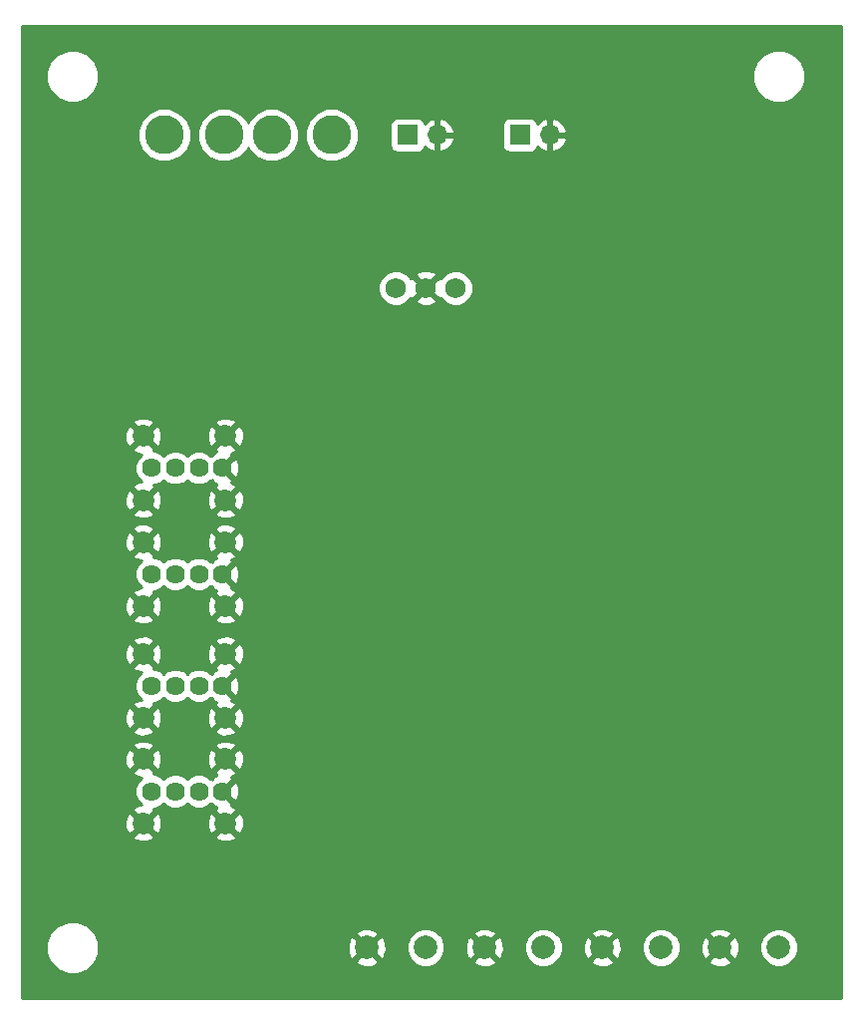
<source format=gbr>
G04 #@! TF.FileFunction,Copper,L2,Bot,Signal*
%FSLAX46Y46*%
G04 Gerber Fmt 4.6, Leading zero omitted, Abs format (unit mm)*
G04 Created by KiCad (PCBNEW 4.0.7) date 01/17/18 22:37:34*
%MOMM*%
%LPD*%
G01*
G04 APERTURE LIST*
%ADD10C,0.100000*%
%ADD11C,3.302000*%
%ADD12C,2.000000*%
%ADD13C,1.620000*%
%ADD14C,1.850000*%
%ADD15R,1.700000X1.700000*%
%ADD16O,1.700000X1.700000*%
%ADD17C,1.750000*%
%ADD18C,3.000000*%
%ADD19C,0.254000*%
G04 APERTURE END LIST*
D10*
D11*
X139776000Y-75000000D03*
X144856000Y-75000000D03*
X148920000Y-75000000D03*
X154000000Y-75000000D03*
D12*
X192000000Y-144000000D03*
X187000000Y-144000000D03*
X182000000Y-144000000D03*
X177000000Y-144000000D03*
X172000000Y-144000000D03*
X167000000Y-144000000D03*
X162000000Y-144000000D03*
X157000000Y-144000000D03*
D13*
X138730000Y-130720000D03*
X140730000Y-130720000D03*
X142730000Y-130720000D03*
D14*
X138000000Y-128000000D03*
D13*
X144730000Y-130720000D03*
D14*
X145000000Y-128000000D03*
X138000000Y-133440000D03*
X145000000Y-133440000D03*
D13*
X138730000Y-121780000D03*
X140730000Y-121780000D03*
X142730000Y-121780000D03*
D14*
X138000000Y-119060000D03*
D13*
X144730000Y-121780000D03*
D14*
X145000000Y-119060000D03*
X138000000Y-124500000D03*
X145000000Y-124500000D03*
D15*
X170000000Y-75000000D03*
D16*
X172540000Y-75000000D03*
D15*
X160460000Y-75000000D03*
D16*
X163000000Y-75000000D03*
D13*
X138730000Y-112280000D03*
X140730000Y-112280000D03*
X142730000Y-112280000D03*
D14*
X138000000Y-109560000D03*
D13*
X144730000Y-112280000D03*
D14*
X145000000Y-109560000D03*
X138000000Y-115000000D03*
X145000000Y-115000000D03*
D13*
X138730000Y-103280000D03*
X140730000Y-103280000D03*
X142730000Y-103280000D03*
D14*
X138000000Y-100560000D03*
D13*
X144730000Y-103280000D03*
D14*
X145000000Y-100560000D03*
X138000000Y-106000000D03*
X145000000Y-106000000D03*
D17*
X159460000Y-88000000D03*
X162000000Y-88000000D03*
X164540000Y-88000000D03*
D18*
X134000000Y-93750000D03*
X189000000Y-87750000D03*
X189000000Y-103500000D03*
X189000000Y-119750000D03*
D19*
G36*
X197290000Y-148290000D02*
X127710000Y-148290000D01*
X127710000Y-144442619D01*
X129764613Y-144442619D01*
X130104155Y-145264372D01*
X130732321Y-145893636D01*
X131553481Y-146234611D01*
X132442619Y-146235387D01*
X133264372Y-145895845D01*
X133893636Y-145267679D01*
X133941449Y-145152532D01*
X156027073Y-145152532D01*
X156125736Y-145419387D01*
X156735461Y-145645908D01*
X157385460Y-145621856D01*
X157874264Y-145419387D01*
X157972927Y-145152532D01*
X157000000Y-144179605D01*
X156027073Y-145152532D01*
X133941449Y-145152532D01*
X134234611Y-144446519D01*
X134235231Y-143735461D01*
X155354092Y-143735461D01*
X155378144Y-144385460D01*
X155580613Y-144874264D01*
X155847468Y-144972927D01*
X156820395Y-144000000D01*
X157179605Y-144000000D01*
X158152532Y-144972927D01*
X158419387Y-144874264D01*
X158623893Y-144323795D01*
X160364716Y-144323795D01*
X160613106Y-144924943D01*
X161072637Y-145385278D01*
X161673352Y-145634716D01*
X162323795Y-145635284D01*
X162924943Y-145386894D01*
X163159715Y-145152532D01*
X166027073Y-145152532D01*
X166125736Y-145419387D01*
X166735461Y-145645908D01*
X167385460Y-145621856D01*
X167874264Y-145419387D01*
X167972927Y-145152532D01*
X167000000Y-144179605D01*
X166027073Y-145152532D01*
X163159715Y-145152532D01*
X163385278Y-144927363D01*
X163634716Y-144326648D01*
X163635232Y-143735461D01*
X165354092Y-143735461D01*
X165378144Y-144385460D01*
X165580613Y-144874264D01*
X165847468Y-144972927D01*
X166820395Y-144000000D01*
X167179605Y-144000000D01*
X168152532Y-144972927D01*
X168419387Y-144874264D01*
X168623893Y-144323795D01*
X170364716Y-144323795D01*
X170613106Y-144924943D01*
X171072637Y-145385278D01*
X171673352Y-145634716D01*
X172323795Y-145635284D01*
X172924943Y-145386894D01*
X173159715Y-145152532D01*
X176027073Y-145152532D01*
X176125736Y-145419387D01*
X176735461Y-145645908D01*
X177385460Y-145621856D01*
X177874264Y-145419387D01*
X177972927Y-145152532D01*
X177000000Y-144179605D01*
X176027073Y-145152532D01*
X173159715Y-145152532D01*
X173385278Y-144927363D01*
X173634716Y-144326648D01*
X173635232Y-143735461D01*
X175354092Y-143735461D01*
X175378144Y-144385460D01*
X175580613Y-144874264D01*
X175847468Y-144972927D01*
X176820395Y-144000000D01*
X177179605Y-144000000D01*
X178152532Y-144972927D01*
X178419387Y-144874264D01*
X178623893Y-144323795D01*
X180364716Y-144323795D01*
X180613106Y-144924943D01*
X181072637Y-145385278D01*
X181673352Y-145634716D01*
X182323795Y-145635284D01*
X182924943Y-145386894D01*
X183159715Y-145152532D01*
X186027073Y-145152532D01*
X186125736Y-145419387D01*
X186735461Y-145645908D01*
X187385460Y-145621856D01*
X187874264Y-145419387D01*
X187972927Y-145152532D01*
X187000000Y-144179605D01*
X186027073Y-145152532D01*
X183159715Y-145152532D01*
X183385278Y-144927363D01*
X183634716Y-144326648D01*
X183635232Y-143735461D01*
X185354092Y-143735461D01*
X185378144Y-144385460D01*
X185580613Y-144874264D01*
X185847468Y-144972927D01*
X186820395Y-144000000D01*
X187179605Y-144000000D01*
X188152532Y-144972927D01*
X188419387Y-144874264D01*
X188623893Y-144323795D01*
X190364716Y-144323795D01*
X190613106Y-144924943D01*
X191072637Y-145385278D01*
X191673352Y-145634716D01*
X192323795Y-145635284D01*
X192924943Y-145386894D01*
X193385278Y-144927363D01*
X193634716Y-144326648D01*
X193635284Y-143676205D01*
X193386894Y-143075057D01*
X192927363Y-142614722D01*
X192326648Y-142365284D01*
X191676205Y-142364716D01*
X191075057Y-142613106D01*
X190614722Y-143072637D01*
X190365284Y-143673352D01*
X190364716Y-144323795D01*
X188623893Y-144323795D01*
X188645908Y-144264539D01*
X188621856Y-143614540D01*
X188419387Y-143125736D01*
X188152532Y-143027073D01*
X187179605Y-144000000D01*
X186820395Y-144000000D01*
X185847468Y-143027073D01*
X185580613Y-143125736D01*
X185354092Y-143735461D01*
X183635232Y-143735461D01*
X183635284Y-143676205D01*
X183386894Y-143075057D01*
X183159703Y-142847468D01*
X186027073Y-142847468D01*
X187000000Y-143820395D01*
X187972927Y-142847468D01*
X187874264Y-142580613D01*
X187264539Y-142354092D01*
X186614540Y-142378144D01*
X186125736Y-142580613D01*
X186027073Y-142847468D01*
X183159703Y-142847468D01*
X182927363Y-142614722D01*
X182326648Y-142365284D01*
X181676205Y-142364716D01*
X181075057Y-142613106D01*
X180614722Y-143072637D01*
X180365284Y-143673352D01*
X180364716Y-144323795D01*
X178623893Y-144323795D01*
X178645908Y-144264539D01*
X178621856Y-143614540D01*
X178419387Y-143125736D01*
X178152532Y-143027073D01*
X177179605Y-144000000D01*
X176820395Y-144000000D01*
X175847468Y-143027073D01*
X175580613Y-143125736D01*
X175354092Y-143735461D01*
X173635232Y-143735461D01*
X173635284Y-143676205D01*
X173386894Y-143075057D01*
X173159703Y-142847468D01*
X176027073Y-142847468D01*
X177000000Y-143820395D01*
X177972927Y-142847468D01*
X177874264Y-142580613D01*
X177264539Y-142354092D01*
X176614540Y-142378144D01*
X176125736Y-142580613D01*
X176027073Y-142847468D01*
X173159703Y-142847468D01*
X172927363Y-142614722D01*
X172326648Y-142365284D01*
X171676205Y-142364716D01*
X171075057Y-142613106D01*
X170614722Y-143072637D01*
X170365284Y-143673352D01*
X170364716Y-144323795D01*
X168623893Y-144323795D01*
X168645908Y-144264539D01*
X168621856Y-143614540D01*
X168419387Y-143125736D01*
X168152532Y-143027073D01*
X167179605Y-144000000D01*
X166820395Y-144000000D01*
X165847468Y-143027073D01*
X165580613Y-143125736D01*
X165354092Y-143735461D01*
X163635232Y-143735461D01*
X163635284Y-143676205D01*
X163386894Y-143075057D01*
X163159703Y-142847468D01*
X166027073Y-142847468D01*
X167000000Y-143820395D01*
X167972927Y-142847468D01*
X167874264Y-142580613D01*
X167264539Y-142354092D01*
X166614540Y-142378144D01*
X166125736Y-142580613D01*
X166027073Y-142847468D01*
X163159703Y-142847468D01*
X162927363Y-142614722D01*
X162326648Y-142365284D01*
X161676205Y-142364716D01*
X161075057Y-142613106D01*
X160614722Y-143072637D01*
X160365284Y-143673352D01*
X160364716Y-144323795D01*
X158623893Y-144323795D01*
X158645908Y-144264539D01*
X158621856Y-143614540D01*
X158419387Y-143125736D01*
X158152532Y-143027073D01*
X157179605Y-144000000D01*
X156820395Y-144000000D01*
X155847468Y-143027073D01*
X155580613Y-143125736D01*
X155354092Y-143735461D01*
X134235231Y-143735461D01*
X134235387Y-143557381D01*
X133942057Y-142847468D01*
X156027073Y-142847468D01*
X157000000Y-143820395D01*
X157972927Y-142847468D01*
X157874264Y-142580613D01*
X157264539Y-142354092D01*
X156614540Y-142378144D01*
X156125736Y-142580613D01*
X156027073Y-142847468D01*
X133942057Y-142847468D01*
X133895845Y-142735628D01*
X133267679Y-142106364D01*
X132446519Y-141765389D01*
X131557381Y-141764613D01*
X130735628Y-142104155D01*
X130106364Y-142732321D01*
X129765389Y-143553481D01*
X129764613Y-144442619D01*
X127710000Y-144442619D01*
X127710000Y-134538256D01*
X137081349Y-134538256D01*
X137170821Y-134797332D01*
X137753368Y-135011325D01*
X138373461Y-134986097D01*
X138829179Y-134797332D01*
X138918651Y-134538256D01*
X144081349Y-134538256D01*
X144170821Y-134797332D01*
X144753368Y-135011325D01*
X145373461Y-134986097D01*
X145829179Y-134797332D01*
X145918651Y-134538256D01*
X145000000Y-133619605D01*
X144081349Y-134538256D01*
X138918651Y-134538256D01*
X138000000Y-133619605D01*
X137081349Y-134538256D01*
X127710000Y-134538256D01*
X127710000Y-133193368D01*
X136428675Y-133193368D01*
X136453903Y-133813461D01*
X136642668Y-134269179D01*
X136901744Y-134358651D01*
X137820395Y-133440000D01*
X138179605Y-133440000D01*
X139098256Y-134358651D01*
X139357332Y-134269179D01*
X139571325Y-133686632D01*
X139551257Y-133193368D01*
X143428675Y-133193368D01*
X143453903Y-133813461D01*
X143642668Y-134269179D01*
X143901744Y-134358651D01*
X144820395Y-133440000D01*
X145179605Y-133440000D01*
X146098256Y-134358651D01*
X146357332Y-134269179D01*
X146571325Y-133686632D01*
X146546097Y-133066539D01*
X146357332Y-132610821D01*
X146098256Y-132521349D01*
X145179605Y-133440000D01*
X144820395Y-133440000D01*
X143901744Y-132521349D01*
X143642668Y-132610821D01*
X143428675Y-133193368D01*
X139551257Y-133193368D01*
X139546097Y-133066539D01*
X139357332Y-132610821D01*
X139098256Y-132521349D01*
X138179605Y-133440000D01*
X137820395Y-133440000D01*
X136901744Y-132521349D01*
X136642668Y-132610821D01*
X136428675Y-133193368D01*
X127710000Y-133193368D01*
X127710000Y-129098256D01*
X137081349Y-129098256D01*
X137170821Y-129357332D01*
X137753368Y-129571325D01*
X137838842Y-129567848D01*
X137505703Y-129900405D01*
X137285252Y-130431311D01*
X137284750Y-131006167D01*
X137504275Y-131537457D01*
X137850984Y-131884772D01*
X137626539Y-131893903D01*
X137170821Y-132082668D01*
X137081349Y-132341744D01*
X138000000Y-133260395D01*
X138918651Y-132341744D01*
X138857651Y-132165112D01*
X139016167Y-132165250D01*
X139547457Y-131945725D01*
X139729962Y-131763539D01*
X139910405Y-131944297D01*
X140441311Y-132164748D01*
X141016167Y-132165250D01*
X141547457Y-131945725D01*
X141729962Y-131763539D01*
X141910405Y-131944297D01*
X142441311Y-132164748D01*
X143016167Y-132165250D01*
X143547457Y-131945725D01*
X143711707Y-131781762D01*
X143779776Y-131849831D01*
X143894617Y-131734990D01*
X143969980Y-131982144D01*
X144207236Y-132067584D01*
X144170821Y-132082668D01*
X144081349Y-132341744D01*
X145000000Y-133260395D01*
X145918651Y-132341744D01*
X145829179Y-132082668D01*
X145496618Y-131960505D01*
X145565383Y-131734988D01*
X144730000Y-130899605D01*
X144715858Y-130913748D01*
X144536253Y-130734143D01*
X144550395Y-130720000D01*
X144909605Y-130720000D01*
X145744988Y-131555383D01*
X145992144Y-131480020D01*
X146186916Y-130939166D01*
X146159886Y-130364945D01*
X145992144Y-129959980D01*
X145744988Y-129884617D01*
X144909605Y-130720000D01*
X144550395Y-130720000D01*
X144536253Y-130705858D01*
X144715858Y-130526253D01*
X144730000Y-130540395D01*
X145565383Y-129705012D01*
X145500838Y-129493335D01*
X145829179Y-129357332D01*
X145918651Y-129098256D01*
X145000000Y-128179605D01*
X144081349Y-129098256D01*
X144170821Y-129357332D01*
X144192999Y-129365479D01*
X143969980Y-129457856D01*
X143894617Y-129705010D01*
X143779776Y-129590169D01*
X143711777Y-129658168D01*
X143549595Y-129495703D01*
X143018689Y-129275252D01*
X142443833Y-129274750D01*
X141912543Y-129494275D01*
X141730038Y-129676461D01*
X141549595Y-129495703D01*
X141018689Y-129275252D01*
X140443833Y-129274750D01*
X139912543Y-129494275D01*
X139730038Y-129676461D01*
X139549595Y-129495703D01*
X139018689Y-129275252D01*
X138857574Y-129275111D01*
X138918651Y-129098256D01*
X138000000Y-128179605D01*
X137081349Y-129098256D01*
X127710000Y-129098256D01*
X127710000Y-127753368D01*
X136428675Y-127753368D01*
X136453903Y-128373461D01*
X136642668Y-128829179D01*
X136901744Y-128918651D01*
X137820395Y-128000000D01*
X138179605Y-128000000D01*
X139098256Y-128918651D01*
X139357332Y-128829179D01*
X139571325Y-128246632D01*
X139551257Y-127753368D01*
X143428675Y-127753368D01*
X143453903Y-128373461D01*
X143642668Y-128829179D01*
X143901744Y-128918651D01*
X144820395Y-128000000D01*
X145179605Y-128000000D01*
X146098256Y-128918651D01*
X146357332Y-128829179D01*
X146571325Y-128246632D01*
X146546097Y-127626539D01*
X146357332Y-127170821D01*
X146098256Y-127081349D01*
X145179605Y-128000000D01*
X144820395Y-128000000D01*
X143901744Y-127081349D01*
X143642668Y-127170821D01*
X143428675Y-127753368D01*
X139551257Y-127753368D01*
X139546097Y-127626539D01*
X139357332Y-127170821D01*
X139098256Y-127081349D01*
X138179605Y-128000000D01*
X137820395Y-128000000D01*
X136901744Y-127081349D01*
X136642668Y-127170821D01*
X136428675Y-127753368D01*
X127710000Y-127753368D01*
X127710000Y-126901744D01*
X137081349Y-126901744D01*
X138000000Y-127820395D01*
X138918651Y-126901744D01*
X144081349Y-126901744D01*
X145000000Y-127820395D01*
X145918651Y-126901744D01*
X145829179Y-126642668D01*
X145246632Y-126428675D01*
X144626539Y-126453903D01*
X144170821Y-126642668D01*
X144081349Y-126901744D01*
X138918651Y-126901744D01*
X138829179Y-126642668D01*
X138246632Y-126428675D01*
X137626539Y-126453903D01*
X137170821Y-126642668D01*
X137081349Y-126901744D01*
X127710000Y-126901744D01*
X127710000Y-125598256D01*
X137081349Y-125598256D01*
X137170821Y-125857332D01*
X137753368Y-126071325D01*
X138373461Y-126046097D01*
X138829179Y-125857332D01*
X138918651Y-125598256D01*
X144081349Y-125598256D01*
X144170821Y-125857332D01*
X144753368Y-126071325D01*
X145373461Y-126046097D01*
X145829179Y-125857332D01*
X145918651Y-125598256D01*
X145000000Y-124679605D01*
X144081349Y-125598256D01*
X138918651Y-125598256D01*
X138000000Y-124679605D01*
X137081349Y-125598256D01*
X127710000Y-125598256D01*
X127710000Y-124253368D01*
X136428675Y-124253368D01*
X136453903Y-124873461D01*
X136642668Y-125329179D01*
X136901744Y-125418651D01*
X137820395Y-124500000D01*
X138179605Y-124500000D01*
X139098256Y-125418651D01*
X139357332Y-125329179D01*
X139571325Y-124746632D01*
X139551257Y-124253368D01*
X143428675Y-124253368D01*
X143453903Y-124873461D01*
X143642668Y-125329179D01*
X143901744Y-125418651D01*
X144820395Y-124500000D01*
X145179605Y-124500000D01*
X146098256Y-125418651D01*
X146357332Y-125329179D01*
X146571325Y-124746632D01*
X146546097Y-124126539D01*
X146357332Y-123670821D01*
X146098256Y-123581349D01*
X145179605Y-124500000D01*
X144820395Y-124500000D01*
X143901744Y-123581349D01*
X143642668Y-123670821D01*
X143428675Y-124253368D01*
X139551257Y-124253368D01*
X139546097Y-124126539D01*
X139357332Y-123670821D01*
X139098256Y-123581349D01*
X138179605Y-124500000D01*
X137820395Y-124500000D01*
X136901744Y-123581349D01*
X136642668Y-123670821D01*
X136428675Y-124253368D01*
X127710000Y-124253368D01*
X127710000Y-120158256D01*
X137081349Y-120158256D01*
X137170821Y-120417332D01*
X137753368Y-120631325D01*
X137838842Y-120627848D01*
X137505703Y-120960405D01*
X137285252Y-121491311D01*
X137284750Y-122066167D01*
X137504275Y-122597457D01*
X137850984Y-122944772D01*
X137626539Y-122953903D01*
X137170821Y-123142668D01*
X137081349Y-123401744D01*
X138000000Y-124320395D01*
X138918651Y-123401744D01*
X138857651Y-123225112D01*
X139016167Y-123225250D01*
X139547457Y-123005725D01*
X139729962Y-122823539D01*
X139910405Y-123004297D01*
X140441311Y-123224748D01*
X141016167Y-123225250D01*
X141547457Y-123005725D01*
X141729962Y-122823539D01*
X141910405Y-123004297D01*
X142441311Y-123224748D01*
X143016167Y-123225250D01*
X143547457Y-123005725D01*
X143711707Y-122841762D01*
X143779776Y-122909831D01*
X143894617Y-122794990D01*
X143969980Y-123042144D01*
X144207236Y-123127584D01*
X144170821Y-123142668D01*
X144081349Y-123401744D01*
X145000000Y-124320395D01*
X145918651Y-123401744D01*
X145829179Y-123142668D01*
X145496618Y-123020505D01*
X145565383Y-122794988D01*
X144730000Y-121959605D01*
X144715858Y-121973748D01*
X144536253Y-121794143D01*
X144550395Y-121780000D01*
X144909605Y-121780000D01*
X145744988Y-122615383D01*
X145992144Y-122540020D01*
X146186916Y-121999166D01*
X146159886Y-121424945D01*
X145992144Y-121019980D01*
X145744988Y-120944617D01*
X144909605Y-121780000D01*
X144550395Y-121780000D01*
X144536253Y-121765858D01*
X144715858Y-121586253D01*
X144730000Y-121600395D01*
X145565383Y-120765012D01*
X145500838Y-120553335D01*
X145829179Y-120417332D01*
X145918651Y-120158256D01*
X145000000Y-119239605D01*
X144081349Y-120158256D01*
X144170821Y-120417332D01*
X144192999Y-120425479D01*
X143969980Y-120517856D01*
X143894617Y-120765010D01*
X143779776Y-120650169D01*
X143711777Y-120718168D01*
X143549595Y-120555703D01*
X143018689Y-120335252D01*
X142443833Y-120334750D01*
X141912543Y-120554275D01*
X141730038Y-120736461D01*
X141549595Y-120555703D01*
X141018689Y-120335252D01*
X140443833Y-120334750D01*
X139912543Y-120554275D01*
X139730038Y-120736461D01*
X139549595Y-120555703D01*
X139018689Y-120335252D01*
X138857574Y-120335111D01*
X138918651Y-120158256D01*
X138000000Y-119239605D01*
X137081349Y-120158256D01*
X127710000Y-120158256D01*
X127710000Y-118813368D01*
X136428675Y-118813368D01*
X136453903Y-119433461D01*
X136642668Y-119889179D01*
X136901744Y-119978651D01*
X137820395Y-119060000D01*
X138179605Y-119060000D01*
X139098256Y-119978651D01*
X139357332Y-119889179D01*
X139571325Y-119306632D01*
X139551257Y-118813368D01*
X143428675Y-118813368D01*
X143453903Y-119433461D01*
X143642668Y-119889179D01*
X143901744Y-119978651D01*
X144820395Y-119060000D01*
X145179605Y-119060000D01*
X146098256Y-119978651D01*
X146357332Y-119889179D01*
X146571325Y-119306632D01*
X146546097Y-118686539D01*
X146357332Y-118230821D01*
X146098256Y-118141349D01*
X145179605Y-119060000D01*
X144820395Y-119060000D01*
X143901744Y-118141349D01*
X143642668Y-118230821D01*
X143428675Y-118813368D01*
X139551257Y-118813368D01*
X139546097Y-118686539D01*
X139357332Y-118230821D01*
X139098256Y-118141349D01*
X138179605Y-119060000D01*
X137820395Y-119060000D01*
X136901744Y-118141349D01*
X136642668Y-118230821D01*
X136428675Y-118813368D01*
X127710000Y-118813368D01*
X127710000Y-117961744D01*
X137081349Y-117961744D01*
X138000000Y-118880395D01*
X138918651Y-117961744D01*
X144081349Y-117961744D01*
X145000000Y-118880395D01*
X145918651Y-117961744D01*
X145829179Y-117702668D01*
X145246632Y-117488675D01*
X144626539Y-117513903D01*
X144170821Y-117702668D01*
X144081349Y-117961744D01*
X138918651Y-117961744D01*
X138829179Y-117702668D01*
X138246632Y-117488675D01*
X137626539Y-117513903D01*
X137170821Y-117702668D01*
X137081349Y-117961744D01*
X127710000Y-117961744D01*
X127710000Y-116098256D01*
X137081349Y-116098256D01*
X137170821Y-116357332D01*
X137753368Y-116571325D01*
X138373461Y-116546097D01*
X138829179Y-116357332D01*
X138918651Y-116098256D01*
X144081349Y-116098256D01*
X144170821Y-116357332D01*
X144753368Y-116571325D01*
X145373461Y-116546097D01*
X145829179Y-116357332D01*
X145918651Y-116098256D01*
X145000000Y-115179605D01*
X144081349Y-116098256D01*
X138918651Y-116098256D01*
X138000000Y-115179605D01*
X137081349Y-116098256D01*
X127710000Y-116098256D01*
X127710000Y-114753368D01*
X136428675Y-114753368D01*
X136453903Y-115373461D01*
X136642668Y-115829179D01*
X136901744Y-115918651D01*
X137820395Y-115000000D01*
X138179605Y-115000000D01*
X139098256Y-115918651D01*
X139357332Y-115829179D01*
X139571325Y-115246632D01*
X139551257Y-114753368D01*
X143428675Y-114753368D01*
X143453903Y-115373461D01*
X143642668Y-115829179D01*
X143901744Y-115918651D01*
X144820395Y-115000000D01*
X145179605Y-115000000D01*
X146098256Y-115918651D01*
X146357332Y-115829179D01*
X146571325Y-115246632D01*
X146546097Y-114626539D01*
X146357332Y-114170821D01*
X146098256Y-114081349D01*
X145179605Y-115000000D01*
X144820395Y-115000000D01*
X143901744Y-114081349D01*
X143642668Y-114170821D01*
X143428675Y-114753368D01*
X139551257Y-114753368D01*
X139546097Y-114626539D01*
X139357332Y-114170821D01*
X139098256Y-114081349D01*
X138179605Y-115000000D01*
X137820395Y-115000000D01*
X136901744Y-114081349D01*
X136642668Y-114170821D01*
X136428675Y-114753368D01*
X127710000Y-114753368D01*
X127710000Y-110658256D01*
X137081349Y-110658256D01*
X137170821Y-110917332D01*
X137753368Y-111131325D01*
X137838842Y-111127848D01*
X137505703Y-111460405D01*
X137285252Y-111991311D01*
X137284750Y-112566167D01*
X137504275Y-113097457D01*
X137850984Y-113444772D01*
X137626539Y-113453903D01*
X137170821Y-113642668D01*
X137081349Y-113901744D01*
X138000000Y-114820395D01*
X138918651Y-113901744D01*
X138857651Y-113725112D01*
X139016167Y-113725250D01*
X139547457Y-113505725D01*
X139729962Y-113323539D01*
X139910405Y-113504297D01*
X140441311Y-113724748D01*
X141016167Y-113725250D01*
X141547457Y-113505725D01*
X141729962Y-113323539D01*
X141910405Y-113504297D01*
X142441311Y-113724748D01*
X143016167Y-113725250D01*
X143547457Y-113505725D01*
X143711707Y-113341762D01*
X143779776Y-113409831D01*
X143894617Y-113294990D01*
X143969980Y-113542144D01*
X144207236Y-113627584D01*
X144170821Y-113642668D01*
X144081349Y-113901744D01*
X145000000Y-114820395D01*
X145918651Y-113901744D01*
X145829179Y-113642668D01*
X145496618Y-113520505D01*
X145565383Y-113294988D01*
X144730000Y-112459605D01*
X144715858Y-112473748D01*
X144536253Y-112294143D01*
X144550395Y-112280000D01*
X144909605Y-112280000D01*
X145744988Y-113115383D01*
X145992144Y-113040020D01*
X146186916Y-112499166D01*
X146159886Y-111924945D01*
X145992144Y-111519980D01*
X145744988Y-111444617D01*
X144909605Y-112280000D01*
X144550395Y-112280000D01*
X144536253Y-112265858D01*
X144715858Y-112086253D01*
X144730000Y-112100395D01*
X145565383Y-111265012D01*
X145500838Y-111053335D01*
X145829179Y-110917332D01*
X145918651Y-110658256D01*
X145000000Y-109739605D01*
X144081349Y-110658256D01*
X144170821Y-110917332D01*
X144192999Y-110925479D01*
X143969980Y-111017856D01*
X143894617Y-111265010D01*
X143779776Y-111150169D01*
X143711777Y-111218168D01*
X143549595Y-111055703D01*
X143018689Y-110835252D01*
X142443833Y-110834750D01*
X141912543Y-111054275D01*
X141730038Y-111236461D01*
X141549595Y-111055703D01*
X141018689Y-110835252D01*
X140443833Y-110834750D01*
X139912543Y-111054275D01*
X139730038Y-111236461D01*
X139549595Y-111055703D01*
X139018689Y-110835252D01*
X138857574Y-110835111D01*
X138918651Y-110658256D01*
X138000000Y-109739605D01*
X137081349Y-110658256D01*
X127710000Y-110658256D01*
X127710000Y-109313368D01*
X136428675Y-109313368D01*
X136453903Y-109933461D01*
X136642668Y-110389179D01*
X136901744Y-110478651D01*
X137820395Y-109560000D01*
X138179605Y-109560000D01*
X139098256Y-110478651D01*
X139357332Y-110389179D01*
X139571325Y-109806632D01*
X139551257Y-109313368D01*
X143428675Y-109313368D01*
X143453903Y-109933461D01*
X143642668Y-110389179D01*
X143901744Y-110478651D01*
X144820395Y-109560000D01*
X145179605Y-109560000D01*
X146098256Y-110478651D01*
X146357332Y-110389179D01*
X146571325Y-109806632D01*
X146546097Y-109186539D01*
X146357332Y-108730821D01*
X146098256Y-108641349D01*
X145179605Y-109560000D01*
X144820395Y-109560000D01*
X143901744Y-108641349D01*
X143642668Y-108730821D01*
X143428675Y-109313368D01*
X139551257Y-109313368D01*
X139546097Y-109186539D01*
X139357332Y-108730821D01*
X139098256Y-108641349D01*
X138179605Y-109560000D01*
X137820395Y-109560000D01*
X136901744Y-108641349D01*
X136642668Y-108730821D01*
X136428675Y-109313368D01*
X127710000Y-109313368D01*
X127710000Y-108461744D01*
X137081349Y-108461744D01*
X138000000Y-109380395D01*
X138918651Y-108461744D01*
X144081349Y-108461744D01*
X145000000Y-109380395D01*
X145918651Y-108461744D01*
X145829179Y-108202668D01*
X145246632Y-107988675D01*
X144626539Y-108013903D01*
X144170821Y-108202668D01*
X144081349Y-108461744D01*
X138918651Y-108461744D01*
X138829179Y-108202668D01*
X138246632Y-107988675D01*
X137626539Y-108013903D01*
X137170821Y-108202668D01*
X137081349Y-108461744D01*
X127710000Y-108461744D01*
X127710000Y-107098256D01*
X137081349Y-107098256D01*
X137170821Y-107357332D01*
X137753368Y-107571325D01*
X138373461Y-107546097D01*
X138829179Y-107357332D01*
X138918651Y-107098256D01*
X144081349Y-107098256D01*
X144170821Y-107357332D01*
X144753368Y-107571325D01*
X145373461Y-107546097D01*
X145829179Y-107357332D01*
X145918651Y-107098256D01*
X145000000Y-106179605D01*
X144081349Y-107098256D01*
X138918651Y-107098256D01*
X138000000Y-106179605D01*
X137081349Y-107098256D01*
X127710000Y-107098256D01*
X127710000Y-105753368D01*
X136428675Y-105753368D01*
X136453903Y-106373461D01*
X136642668Y-106829179D01*
X136901744Y-106918651D01*
X137820395Y-106000000D01*
X138179605Y-106000000D01*
X139098256Y-106918651D01*
X139357332Y-106829179D01*
X139571325Y-106246632D01*
X139551257Y-105753368D01*
X143428675Y-105753368D01*
X143453903Y-106373461D01*
X143642668Y-106829179D01*
X143901744Y-106918651D01*
X144820395Y-106000000D01*
X145179605Y-106000000D01*
X146098256Y-106918651D01*
X146357332Y-106829179D01*
X146571325Y-106246632D01*
X146546097Y-105626539D01*
X146357332Y-105170821D01*
X146098256Y-105081349D01*
X145179605Y-106000000D01*
X144820395Y-106000000D01*
X143901744Y-105081349D01*
X143642668Y-105170821D01*
X143428675Y-105753368D01*
X139551257Y-105753368D01*
X139546097Y-105626539D01*
X139357332Y-105170821D01*
X139098256Y-105081349D01*
X138179605Y-106000000D01*
X137820395Y-106000000D01*
X136901744Y-105081349D01*
X136642668Y-105170821D01*
X136428675Y-105753368D01*
X127710000Y-105753368D01*
X127710000Y-101658256D01*
X137081349Y-101658256D01*
X137170821Y-101917332D01*
X137753368Y-102131325D01*
X137838842Y-102127848D01*
X137505703Y-102460405D01*
X137285252Y-102991311D01*
X137284750Y-103566167D01*
X137504275Y-104097457D01*
X137850984Y-104444772D01*
X137626539Y-104453903D01*
X137170821Y-104642668D01*
X137081349Y-104901744D01*
X138000000Y-105820395D01*
X138918651Y-104901744D01*
X138857651Y-104725112D01*
X139016167Y-104725250D01*
X139547457Y-104505725D01*
X139729962Y-104323539D01*
X139910405Y-104504297D01*
X140441311Y-104724748D01*
X141016167Y-104725250D01*
X141547457Y-104505725D01*
X141729962Y-104323539D01*
X141910405Y-104504297D01*
X142441311Y-104724748D01*
X143016167Y-104725250D01*
X143547457Y-104505725D01*
X143711707Y-104341762D01*
X143779776Y-104409831D01*
X143894617Y-104294990D01*
X143969980Y-104542144D01*
X144207236Y-104627584D01*
X144170821Y-104642668D01*
X144081349Y-104901744D01*
X145000000Y-105820395D01*
X145918651Y-104901744D01*
X145829179Y-104642668D01*
X145496618Y-104520505D01*
X145565383Y-104294988D01*
X144730000Y-103459605D01*
X144715858Y-103473748D01*
X144536253Y-103294143D01*
X144550395Y-103280000D01*
X144909605Y-103280000D01*
X145744988Y-104115383D01*
X145992144Y-104040020D01*
X146186916Y-103499166D01*
X146159886Y-102924945D01*
X145992144Y-102519980D01*
X145744988Y-102444617D01*
X144909605Y-103280000D01*
X144550395Y-103280000D01*
X144536253Y-103265858D01*
X144715858Y-103086253D01*
X144730000Y-103100395D01*
X145565383Y-102265012D01*
X145500838Y-102053335D01*
X145829179Y-101917332D01*
X145918651Y-101658256D01*
X145000000Y-100739605D01*
X144081349Y-101658256D01*
X144170821Y-101917332D01*
X144192999Y-101925479D01*
X143969980Y-102017856D01*
X143894617Y-102265010D01*
X143779776Y-102150169D01*
X143711777Y-102218168D01*
X143549595Y-102055703D01*
X143018689Y-101835252D01*
X142443833Y-101834750D01*
X141912543Y-102054275D01*
X141730038Y-102236461D01*
X141549595Y-102055703D01*
X141018689Y-101835252D01*
X140443833Y-101834750D01*
X139912543Y-102054275D01*
X139730038Y-102236461D01*
X139549595Y-102055703D01*
X139018689Y-101835252D01*
X138857574Y-101835111D01*
X138918651Y-101658256D01*
X138000000Y-100739605D01*
X137081349Y-101658256D01*
X127710000Y-101658256D01*
X127710000Y-100313368D01*
X136428675Y-100313368D01*
X136453903Y-100933461D01*
X136642668Y-101389179D01*
X136901744Y-101478651D01*
X137820395Y-100560000D01*
X138179605Y-100560000D01*
X139098256Y-101478651D01*
X139357332Y-101389179D01*
X139571325Y-100806632D01*
X139551257Y-100313368D01*
X143428675Y-100313368D01*
X143453903Y-100933461D01*
X143642668Y-101389179D01*
X143901744Y-101478651D01*
X144820395Y-100560000D01*
X145179605Y-100560000D01*
X146098256Y-101478651D01*
X146357332Y-101389179D01*
X146571325Y-100806632D01*
X146546097Y-100186539D01*
X146357332Y-99730821D01*
X146098256Y-99641349D01*
X145179605Y-100560000D01*
X144820395Y-100560000D01*
X143901744Y-99641349D01*
X143642668Y-99730821D01*
X143428675Y-100313368D01*
X139551257Y-100313368D01*
X139546097Y-100186539D01*
X139357332Y-99730821D01*
X139098256Y-99641349D01*
X138179605Y-100560000D01*
X137820395Y-100560000D01*
X136901744Y-99641349D01*
X136642668Y-99730821D01*
X136428675Y-100313368D01*
X127710000Y-100313368D01*
X127710000Y-99461744D01*
X137081349Y-99461744D01*
X138000000Y-100380395D01*
X138918651Y-99461744D01*
X144081349Y-99461744D01*
X145000000Y-100380395D01*
X145918651Y-99461744D01*
X145829179Y-99202668D01*
X145246632Y-98988675D01*
X144626539Y-99013903D01*
X144170821Y-99202668D01*
X144081349Y-99461744D01*
X138918651Y-99461744D01*
X138829179Y-99202668D01*
X138246632Y-98988675D01*
X137626539Y-99013903D01*
X137170821Y-99202668D01*
X137081349Y-99461744D01*
X127710000Y-99461744D01*
X127710000Y-88299040D01*
X157949738Y-88299040D01*
X158179138Y-88854229D01*
X158603537Y-89279370D01*
X159158325Y-89509738D01*
X159759040Y-89510262D01*
X160314229Y-89280862D01*
X160533413Y-89062060D01*
X161117545Y-89062060D01*
X161200884Y-89315953D01*
X161765306Y-89521590D01*
X162365458Y-89495579D01*
X162799116Y-89315953D01*
X162882455Y-89062060D01*
X162000000Y-88179605D01*
X161117545Y-89062060D01*
X160533413Y-89062060D01*
X160739370Y-88856463D01*
X160753690Y-88821976D01*
X160937940Y-88882455D01*
X161820395Y-88000000D01*
X162179605Y-88000000D01*
X163062060Y-88882455D01*
X163245871Y-88822120D01*
X163259138Y-88854229D01*
X163683537Y-89279370D01*
X164238325Y-89509738D01*
X164839040Y-89510262D01*
X165394229Y-89280862D01*
X165819370Y-88856463D01*
X166049738Y-88301675D01*
X166050262Y-87700960D01*
X165820862Y-87145771D01*
X165396463Y-86720630D01*
X164841675Y-86490262D01*
X164240960Y-86489738D01*
X163685771Y-86719138D01*
X163260630Y-87143537D01*
X163246310Y-87178024D01*
X163062060Y-87117545D01*
X162179605Y-88000000D01*
X161820395Y-88000000D01*
X160937940Y-87117545D01*
X160754129Y-87177880D01*
X160740862Y-87145771D01*
X160533394Y-86937940D01*
X161117545Y-86937940D01*
X162000000Y-87820395D01*
X162882455Y-86937940D01*
X162799116Y-86684047D01*
X162234694Y-86478410D01*
X161634542Y-86504421D01*
X161200884Y-86684047D01*
X161117545Y-86937940D01*
X160533394Y-86937940D01*
X160316463Y-86720630D01*
X159761675Y-86490262D01*
X159160960Y-86489738D01*
X158605771Y-86719138D01*
X158180630Y-87143537D01*
X157950262Y-87698325D01*
X157949738Y-88299040D01*
X127710000Y-88299040D01*
X127710000Y-75452719D01*
X137489604Y-75452719D01*
X137836894Y-76293223D01*
X138479395Y-76936846D01*
X139319292Y-77285602D01*
X140228719Y-77286396D01*
X141069223Y-76939106D01*
X141712846Y-76296605D01*
X142061602Y-75456708D01*
X142061605Y-75452719D01*
X142569604Y-75452719D01*
X142916894Y-76293223D01*
X143559395Y-76936846D01*
X144399292Y-77285602D01*
X145308719Y-77286396D01*
X146149223Y-76939106D01*
X146792846Y-76296605D01*
X146887802Y-76067925D01*
X146980894Y-76293223D01*
X147623395Y-76936846D01*
X148463292Y-77285602D01*
X149372719Y-77286396D01*
X150213223Y-76939106D01*
X150856846Y-76296605D01*
X151205602Y-75456708D01*
X151205605Y-75452719D01*
X151713604Y-75452719D01*
X152060894Y-76293223D01*
X152703395Y-76936846D01*
X153543292Y-77285602D01*
X154452719Y-77286396D01*
X155293223Y-76939106D01*
X155936846Y-76296605D01*
X156285602Y-75456708D01*
X156286396Y-74547281D01*
X156122243Y-74150000D01*
X158962560Y-74150000D01*
X158962560Y-75850000D01*
X159006838Y-76085317D01*
X159145910Y-76301441D01*
X159358110Y-76446431D01*
X159610000Y-76497440D01*
X161310000Y-76497440D01*
X161545317Y-76453162D01*
X161761441Y-76314090D01*
X161906431Y-76101890D01*
X161928301Y-75993893D01*
X162233076Y-76271645D01*
X162643110Y-76441476D01*
X162873000Y-76320155D01*
X162873000Y-75127000D01*
X163127000Y-75127000D01*
X163127000Y-76320155D01*
X163356890Y-76441476D01*
X163766924Y-76271645D01*
X164195183Y-75881358D01*
X164441486Y-75356892D01*
X164320819Y-75127000D01*
X163127000Y-75127000D01*
X162873000Y-75127000D01*
X162853000Y-75127000D01*
X162853000Y-74873000D01*
X162873000Y-74873000D01*
X162873000Y-73679845D01*
X163127000Y-73679845D01*
X163127000Y-74873000D01*
X164320819Y-74873000D01*
X164441486Y-74643108D01*
X164209910Y-74150000D01*
X168502560Y-74150000D01*
X168502560Y-75850000D01*
X168546838Y-76085317D01*
X168685910Y-76301441D01*
X168898110Y-76446431D01*
X169150000Y-76497440D01*
X170850000Y-76497440D01*
X171085317Y-76453162D01*
X171301441Y-76314090D01*
X171446431Y-76101890D01*
X171468301Y-75993893D01*
X171773076Y-76271645D01*
X172183110Y-76441476D01*
X172413000Y-76320155D01*
X172413000Y-75127000D01*
X172667000Y-75127000D01*
X172667000Y-76320155D01*
X172896890Y-76441476D01*
X173306924Y-76271645D01*
X173735183Y-75881358D01*
X173981486Y-75356892D01*
X173860819Y-75127000D01*
X172667000Y-75127000D01*
X172413000Y-75127000D01*
X172393000Y-75127000D01*
X172393000Y-74873000D01*
X172413000Y-74873000D01*
X172413000Y-73679845D01*
X172667000Y-73679845D01*
X172667000Y-74873000D01*
X173860819Y-74873000D01*
X173981486Y-74643108D01*
X173735183Y-74118642D01*
X173306924Y-73728355D01*
X172896890Y-73558524D01*
X172667000Y-73679845D01*
X172413000Y-73679845D01*
X172183110Y-73558524D01*
X171773076Y-73728355D01*
X171470063Y-74004501D01*
X171453162Y-73914683D01*
X171314090Y-73698559D01*
X171101890Y-73553569D01*
X170850000Y-73502560D01*
X169150000Y-73502560D01*
X168914683Y-73546838D01*
X168698559Y-73685910D01*
X168553569Y-73898110D01*
X168502560Y-74150000D01*
X164209910Y-74150000D01*
X164195183Y-74118642D01*
X163766924Y-73728355D01*
X163356890Y-73558524D01*
X163127000Y-73679845D01*
X162873000Y-73679845D01*
X162643110Y-73558524D01*
X162233076Y-73728355D01*
X161930063Y-74004501D01*
X161913162Y-73914683D01*
X161774090Y-73698559D01*
X161561890Y-73553569D01*
X161310000Y-73502560D01*
X159610000Y-73502560D01*
X159374683Y-73546838D01*
X159158559Y-73685910D01*
X159013569Y-73898110D01*
X158962560Y-74150000D01*
X156122243Y-74150000D01*
X155939106Y-73706777D01*
X155296605Y-73063154D01*
X154456708Y-72714398D01*
X153547281Y-72713604D01*
X152706777Y-73060894D01*
X152063154Y-73703395D01*
X151714398Y-74543292D01*
X151713604Y-75452719D01*
X151205605Y-75452719D01*
X151206396Y-74547281D01*
X150859106Y-73706777D01*
X150216605Y-73063154D01*
X149376708Y-72714398D01*
X148467281Y-72713604D01*
X147626777Y-73060894D01*
X146983154Y-73703395D01*
X146888198Y-73932075D01*
X146795106Y-73706777D01*
X146152605Y-73063154D01*
X145312708Y-72714398D01*
X144403281Y-72713604D01*
X143562777Y-73060894D01*
X142919154Y-73703395D01*
X142570398Y-74543292D01*
X142569604Y-75452719D01*
X142061605Y-75452719D01*
X142062396Y-74547281D01*
X141715106Y-73706777D01*
X141072605Y-73063154D01*
X140232708Y-72714398D01*
X139323281Y-72713604D01*
X138482777Y-73060894D01*
X137839154Y-73703395D01*
X137490398Y-74543292D01*
X137489604Y-75452719D01*
X127710000Y-75452719D01*
X127710000Y-70442619D01*
X129764613Y-70442619D01*
X130104155Y-71264372D01*
X130732321Y-71893636D01*
X131553481Y-72234611D01*
X132442619Y-72235387D01*
X133264372Y-71895845D01*
X133893636Y-71267679D01*
X134234611Y-70446519D01*
X134234614Y-70442619D01*
X189764613Y-70442619D01*
X190104155Y-71264372D01*
X190732321Y-71893636D01*
X191553481Y-72234611D01*
X192442619Y-72235387D01*
X193264372Y-71895845D01*
X193893636Y-71267679D01*
X194234611Y-70446519D01*
X194235387Y-69557381D01*
X193895845Y-68735628D01*
X193267679Y-68106364D01*
X192446519Y-67765389D01*
X191557381Y-67764613D01*
X190735628Y-68104155D01*
X190106364Y-68732321D01*
X189765389Y-69553481D01*
X189764613Y-70442619D01*
X134234614Y-70442619D01*
X134235387Y-69557381D01*
X133895845Y-68735628D01*
X133267679Y-68106364D01*
X132446519Y-67765389D01*
X131557381Y-67764613D01*
X130735628Y-68104155D01*
X130106364Y-68732321D01*
X129765389Y-69553481D01*
X129764613Y-70442619D01*
X127710000Y-70442619D01*
X127710000Y-65710000D01*
X197290000Y-65710000D01*
X197290000Y-148290000D01*
X197290000Y-148290000D01*
G37*
X197290000Y-148290000D02*
X127710000Y-148290000D01*
X127710000Y-144442619D01*
X129764613Y-144442619D01*
X130104155Y-145264372D01*
X130732321Y-145893636D01*
X131553481Y-146234611D01*
X132442619Y-146235387D01*
X133264372Y-145895845D01*
X133893636Y-145267679D01*
X133941449Y-145152532D01*
X156027073Y-145152532D01*
X156125736Y-145419387D01*
X156735461Y-145645908D01*
X157385460Y-145621856D01*
X157874264Y-145419387D01*
X157972927Y-145152532D01*
X157000000Y-144179605D01*
X156027073Y-145152532D01*
X133941449Y-145152532D01*
X134234611Y-144446519D01*
X134235231Y-143735461D01*
X155354092Y-143735461D01*
X155378144Y-144385460D01*
X155580613Y-144874264D01*
X155847468Y-144972927D01*
X156820395Y-144000000D01*
X157179605Y-144000000D01*
X158152532Y-144972927D01*
X158419387Y-144874264D01*
X158623893Y-144323795D01*
X160364716Y-144323795D01*
X160613106Y-144924943D01*
X161072637Y-145385278D01*
X161673352Y-145634716D01*
X162323795Y-145635284D01*
X162924943Y-145386894D01*
X163159715Y-145152532D01*
X166027073Y-145152532D01*
X166125736Y-145419387D01*
X166735461Y-145645908D01*
X167385460Y-145621856D01*
X167874264Y-145419387D01*
X167972927Y-145152532D01*
X167000000Y-144179605D01*
X166027073Y-145152532D01*
X163159715Y-145152532D01*
X163385278Y-144927363D01*
X163634716Y-144326648D01*
X163635232Y-143735461D01*
X165354092Y-143735461D01*
X165378144Y-144385460D01*
X165580613Y-144874264D01*
X165847468Y-144972927D01*
X166820395Y-144000000D01*
X167179605Y-144000000D01*
X168152532Y-144972927D01*
X168419387Y-144874264D01*
X168623893Y-144323795D01*
X170364716Y-144323795D01*
X170613106Y-144924943D01*
X171072637Y-145385278D01*
X171673352Y-145634716D01*
X172323795Y-145635284D01*
X172924943Y-145386894D01*
X173159715Y-145152532D01*
X176027073Y-145152532D01*
X176125736Y-145419387D01*
X176735461Y-145645908D01*
X177385460Y-145621856D01*
X177874264Y-145419387D01*
X177972927Y-145152532D01*
X177000000Y-144179605D01*
X176027073Y-145152532D01*
X173159715Y-145152532D01*
X173385278Y-144927363D01*
X173634716Y-144326648D01*
X173635232Y-143735461D01*
X175354092Y-143735461D01*
X175378144Y-144385460D01*
X175580613Y-144874264D01*
X175847468Y-144972927D01*
X176820395Y-144000000D01*
X177179605Y-144000000D01*
X178152532Y-144972927D01*
X178419387Y-144874264D01*
X178623893Y-144323795D01*
X180364716Y-144323795D01*
X180613106Y-144924943D01*
X181072637Y-145385278D01*
X181673352Y-145634716D01*
X182323795Y-145635284D01*
X182924943Y-145386894D01*
X183159715Y-145152532D01*
X186027073Y-145152532D01*
X186125736Y-145419387D01*
X186735461Y-145645908D01*
X187385460Y-145621856D01*
X187874264Y-145419387D01*
X187972927Y-145152532D01*
X187000000Y-144179605D01*
X186027073Y-145152532D01*
X183159715Y-145152532D01*
X183385278Y-144927363D01*
X183634716Y-144326648D01*
X183635232Y-143735461D01*
X185354092Y-143735461D01*
X185378144Y-144385460D01*
X185580613Y-144874264D01*
X185847468Y-144972927D01*
X186820395Y-144000000D01*
X187179605Y-144000000D01*
X188152532Y-144972927D01*
X188419387Y-144874264D01*
X188623893Y-144323795D01*
X190364716Y-144323795D01*
X190613106Y-144924943D01*
X191072637Y-145385278D01*
X191673352Y-145634716D01*
X192323795Y-145635284D01*
X192924943Y-145386894D01*
X193385278Y-144927363D01*
X193634716Y-144326648D01*
X193635284Y-143676205D01*
X193386894Y-143075057D01*
X192927363Y-142614722D01*
X192326648Y-142365284D01*
X191676205Y-142364716D01*
X191075057Y-142613106D01*
X190614722Y-143072637D01*
X190365284Y-143673352D01*
X190364716Y-144323795D01*
X188623893Y-144323795D01*
X188645908Y-144264539D01*
X188621856Y-143614540D01*
X188419387Y-143125736D01*
X188152532Y-143027073D01*
X187179605Y-144000000D01*
X186820395Y-144000000D01*
X185847468Y-143027073D01*
X185580613Y-143125736D01*
X185354092Y-143735461D01*
X183635232Y-143735461D01*
X183635284Y-143676205D01*
X183386894Y-143075057D01*
X183159703Y-142847468D01*
X186027073Y-142847468D01*
X187000000Y-143820395D01*
X187972927Y-142847468D01*
X187874264Y-142580613D01*
X187264539Y-142354092D01*
X186614540Y-142378144D01*
X186125736Y-142580613D01*
X186027073Y-142847468D01*
X183159703Y-142847468D01*
X182927363Y-142614722D01*
X182326648Y-142365284D01*
X181676205Y-142364716D01*
X181075057Y-142613106D01*
X180614722Y-143072637D01*
X180365284Y-143673352D01*
X180364716Y-144323795D01*
X178623893Y-144323795D01*
X178645908Y-144264539D01*
X178621856Y-143614540D01*
X178419387Y-143125736D01*
X178152532Y-143027073D01*
X177179605Y-144000000D01*
X176820395Y-144000000D01*
X175847468Y-143027073D01*
X175580613Y-143125736D01*
X175354092Y-143735461D01*
X173635232Y-143735461D01*
X173635284Y-143676205D01*
X173386894Y-143075057D01*
X173159703Y-142847468D01*
X176027073Y-142847468D01*
X177000000Y-143820395D01*
X177972927Y-142847468D01*
X177874264Y-142580613D01*
X177264539Y-142354092D01*
X176614540Y-142378144D01*
X176125736Y-142580613D01*
X176027073Y-142847468D01*
X173159703Y-142847468D01*
X172927363Y-142614722D01*
X172326648Y-142365284D01*
X171676205Y-142364716D01*
X171075057Y-142613106D01*
X170614722Y-143072637D01*
X170365284Y-143673352D01*
X170364716Y-144323795D01*
X168623893Y-144323795D01*
X168645908Y-144264539D01*
X168621856Y-143614540D01*
X168419387Y-143125736D01*
X168152532Y-143027073D01*
X167179605Y-144000000D01*
X166820395Y-144000000D01*
X165847468Y-143027073D01*
X165580613Y-143125736D01*
X165354092Y-143735461D01*
X163635232Y-143735461D01*
X163635284Y-143676205D01*
X163386894Y-143075057D01*
X163159703Y-142847468D01*
X166027073Y-142847468D01*
X167000000Y-143820395D01*
X167972927Y-142847468D01*
X167874264Y-142580613D01*
X167264539Y-142354092D01*
X166614540Y-142378144D01*
X166125736Y-142580613D01*
X166027073Y-142847468D01*
X163159703Y-142847468D01*
X162927363Y-142614722D01*
X162326648Y-142365284D01*
X161676205Y-142364716D01*
X161075057Y-142613106D01*
X160614722Y-143072637D01*
X160365284Y-143673352D01*
X160364716Y-144323795D01*
X158623893Y-144323795D01*
X158645908Y-144264539D01*
X158621856Y-143614540D01*
X158419387Y-143125736D01*
X158152532Y-143027073D01*
X157179605Y-144000000D01*
X156820395Y-144000000D01*
X155847468Y-143027073D01*
X155580613Y-143125736D01*
X155354092Y-143735461D01*
X134235231Y-143735461D01*
X134235387Y-143557381D01*
X133942057Y-142847468D01*
X156027073Y-142847468D01*
X157000000Y-143820395D01*
X157972927Y-142847468D01*
X157874264Y-142580613D01*
X157264539Y-142354092D01*
X156614540Y-142378144D01*
X156125736Y-142580613D01*
X156027073Y-142847468D01*
X133942057Y-142847468D01*
X133895845Y-142735628D01*
X133267679Y-142106364D01*
X132446519Y-141765389D01*
X131557381Y-141764613D01*
X130735628Y-142104155D01*
X130106364Y-142732321D01*
X129765389Y-143553481D01*
X129764613Y-144442619D01*
X127710000Y-144442619D01*
X127710000Y-134538256D01*
X137081349Y-134538256D01*
X137170821Y-134797332D01*
X137753368Y-135011325D01*
X138373461Y-134986097D01*
X138829179Y-134797332D01*
X138918651Y-134538256D01*
X144081349Y-134538256D01*
X144170821Y-134797332D01*
X144753368Y-135011325D01*
X145373461Y-134986097D01*
X145829179Y-134797332D01*
X145918651Y-134538256D01*
X145000000Y-133619605D01*
X144081349Y-134538256D01*
X138918651Y-134538256D01*
X138000000Y-133619605D01*
X137081349Y-134538256D01*
X127710000Y-134538256D01*
X127710000Y-133193368D01*
X136428675Y-133193368D01*
X136453903Y-133813461D01*
X136642668Y-134269179D01*
X136901744Y-134358651D01*
X137820395Y-133440000D01*
X138179605Y-133440000D01*
X139098256Y-134358651D01*
X139357332Y-134269179D01*
X139571325Y-133686632D01*
X139551257Y-133193368D01*
X143428675Y-133193368D01*
X143453903Y-133813461D01*
X143642668Y-134269179D01*
X143901744Y-134358651D01*
X144820395Y-133440000D01*
X145179605Y-133440000D01*
X146098256Y-134358651D01*
X146357332Y-134269179D01*
X146571325Y-133686632D01*
X146546097Y-133066539D01*
X146357332Y-132610821D01*
X146098256Y-132521349D01*
X145179605Y-133440000D01*
X144820395Y-133440000D01*
X143901744Y-132521349D01*
X143642668Y-132610821D01*
X143428675Y-133193368D01*
X139551257Y-133193368D01*
X139546097Y-133066539D01*
X139357332Y-132610821D01*
X139098256Y-132521349D01*
X138179605Y-133440000D01*
X137820395Y-133440000D01*
X136901744Y-132521349D01*
X136642668Y-132610821D01*
X136428675Y-133193368D01*
X127710000Y-133193368D01*
X127710000Y-129098256D01*
X137081349Y-129098256D01*
X137170821Y-129357332D01*
X137753368Y-129571325D01*
X137838842Y-129567848D01*
X137505703Y-129900405D01*
X137285252Y-130431311D01*
X137284750Y-131006167D01*
X137504275Y-131537457D01*
X137850984Y-131884772D01*
X137626539Y-131893903D01*
X137170821Y-132082668D01*
X137081349Y-132341744D01*
X138000000Y-133260395D01*
X138918651Y-132341744D01*
X138857651Y-132165112D01*
X139016167Y-132165250D01*
X139547457Y-131945725D01*
X139729962Y-131763539D01*
X139910405Y-131944297D01*
X140441311Y-132164748D01*
X141016167Y-132165250D01*
X141547457Y-131945725D01*
X141729962Y-131763539D01*
X141910405Y-131944297D01*
X142441311Y-132164748D01*
X143016167Y-132165250D01*
X143547457Y-131945725D01*
X143711707Y-131781762D01*
X143779776Y-131849831D01*
X143894617Y-131734990D01*
X143969980Y-131982144D01*
X144207236Y-132067584D01*
X144170821Y-132082668D01*
X144081349Y-132341744D01*
X145000000Y-133260395D01*
X145918651Y-132341744D01*
X145829179Y-132082668D01*
X145496618Y-131960505D01*
X145565383Y-131734988D01*
X144730000Y-130899605D01*
X144715858Y-130913748D01*
X144536253Y-130734143D01*
X144550395Y-130720000D01*
X144909605Y-130720000D01*
X145744988Y-131555383D01*
X145992144Y-131480020D01*
X146186916Y-130939166D01*
X146159886Y-130364945D01*
X145992144Y-129959980D01*
X145744988Y-129884617D01*
X144909605Y-130720000D01*
X144550395Y-130720000D01*
X144536253Y-130705858D01*
X144715858Y-130526253D01*
X144730000Y-130540395D01*
X145565383Y-129705012D01*
X145500838Y-129493335D01*
X145829179Y-129357332D01*
X145918651Y-129098256D01*
X145000000Y-128179605D01*
X144081349Y-129098256D01*
X144170821Y-129357332D01*
X144192999Y-129365479D01*
X143969980Y-129457856D01*
X143894617Y-129705010D01*
X143779776Y-129590169D01*
X143711777Y-129658168D01*
X143549595Y-129495703D01*
X143018689Y-129275252D01*
X142443833Y-129274750D01*
X141912543Y-129494275D01*
X141730038Y-129676461D01*
X141549595Y-129495703D01*
X141018689Y-129275252D01*
X140443833Y-129274750D01*
X139912543Y-129494275D01*
X139730038Y-129676461D01*
X139549595Y-129495703D01*
X139018689Y-129275252D01*
X138857574Y-129275111D01*
X138918651Y-129098256D01*
X138000000Y-128179605D01*
X137081349Y-129098256D01*
X127710000Y-129098256D01*
X127710000Y-127753368D01*
X136428675Y-127753368D01*
X136453903Y-128373461D01*
X136642668Y-128829179D01*
X136901744Y-128918651D01*
X137820395Y-128000000D01*
X138179605Y-128000000D01*
X139098256Y-128918651D01*
X139357332Y-128829179D01*
X139571325Y-128246632D01*
X139551257Y-127753368D01*
X143428675Y-127753368D01*
X143453903Y-128373461D01*
X143642668Y-128829179D01*
X143901744Y-128918651D01*
X144820395Y-128000000D01*
X145179605Y-128000000D01*
X146098256Y-128918651D01*
X146357332Y-128829179D01*
X146571325Y-128246632D01*
X146546097Y-127626539D01*
X146357332Y-127170821D01*
X146098256Y-127081349D01*
X145179605Y-128000000D01*
X144820395Y-128000000D01*
X143901744Y-127081349D01*
X143642668Y-127170821D01*
X143428675Y-127753368D01*
X139551257Y-127753368D01*
X139546097Y-127626539D01*
X139357332Y-127170821D01*
X139098256Y-127081349D01*
X138179605Y-128000000D01*
X137820395Y-128000000D01*
X136901744Y-127081349D01*
X136642668Y-127170821D01*
X136428675Y-127753368D01*
X127710000Y-127753368D01*
X127710000Y-126901744D01*
X137081349Y-126901744D01*
X138000000Y-127820395D01*
X138918651Y-126901744D01*
X144081349Y-126901744D01*
X145000000Y-127820395D01*
X145918651Y-126901744D01*
X145829179Y-126642668D01*
X145246632Y-126428675D01*
X144626539Y-126453903D01*
X144170821Y-126642668D01*
X144081349Y-126901744D01*
X138918651Y-126901744D01*
X138829179Y-126642668D01*
X138246632Y-126428675D01*
X137626539Y-126453903D01*
X137170821Y-126642668D01*
X137081349Y-126901744D01*
X127710000Y-126901744D01*
X127710000Y-125598256D01*
X137081349Y-125598256D01*
X137170821Y-125857332D01*
X137753368Y-126071325D01*
X138373461Y-126046097D01*
X138829179Y-125857332D01*
X138918651Y-125598256D01*
X144081349Y-125598256D01*
X144170821Y-125857332D01*
X144753368Y-126071325D01*
X145373461Y-126046097D01*
X145829179Y-125857332D01*
X145918651Y-125598256D01*
X145000000Y-124679605D01*
X144081349Y-125598256D01*
X138918651Y-125598256D01*
X138000000Y-124679605D01*
X137081349Y-125598256D01*
X127710000Y-125598256D01*
X127710000Y-124253368D01*
X136428675Y-124253368D01*
X136453903Y-124873461D01*
X136642668Y-125329179D01*
X136901744Y-125418651D01*
X137820395Y-124500000D01*
X138179605Y-124500000D01*
X139098256Y-125418651D01*
X139357332Y-125329179D01*
X139571325Y-124746632D01*
X139551257Y-124253368D01*
X143428675Y-124253368D01*
X143453903Y-124873461D01*
X143642668Y-125329179D01*
X143901744Y-125418651D01*
X144820395Y-124500000D01*
X145179605Y-124500000D01*
X146098256Y-125418651D01*
X146357332Y-125329179D01*
X146571325Y-124746632D01*
X146546097Y-124126539D01*
X146357332Y-123670821D01*
X146098256Y-123581349D01*
X145179605Y-124500000D01*
X144820395Y-124500000D01*
X143901744Y-123581349D01*
X143642668Y-123670821D01*
X143428675Y-124253368D01*
X139551257Y-124253368D01*
X139546097Y-124126539D01*
X139357332Y-123670821D01*
X139098256Y-123581349D01*
X138179605Y-124500000D01*
X137820395Y-124500000D01*
X136901744Y-123581349D01*
X136642668Y-123670821D01*
X136428675Y-124253368D01*
X127710000Y-124253368D01*
X127710000Y-120158256D01*
X137081349Y-120158256D01*
X137170821Y-120417332D01*
X137753368Y-120631325D01*
X137838842Y-120627848D01*
X137505703Y-120960405D01*
X137285252Y-121491311D01*
X137284750Y-122066167D01*
X137504275Y-122597457D01*
X137850984Y-122944772D01*
X137626539Y-122953903D01*
X137170821Y-123142668D01*
X137081349Y-123401744D01*
X138000000Y-124320395D01*
X138918651Y-123401744D01*
X138857651Y-123225112D01*
X139016167Y-123225250D01*
X139547457Y-123005725D01*
X139729962Y-122823539D01*
X139910405Y-123004297D01*
X140441311Y-123224748D01*
X141016167Y-123225250D01*
X141547457Y-123005725D01*
X141729962Y-122823539D01*
X141910405Y-123004297D01*
X142441311Y-123224748D01*
X143016167Y-123225250D01*
X143547457Y-123005725D01*
X143711707Y-122841762D01*
X143779776Y-122909831D01*
X143894617Y-122794990D01*
X143969980Y-123042144D01*
X144207236Y-123127584D01*
X144170821Y-123142668D01*
X144081349Y-123401744D01*
X145000000Y-124320395D01*
X145918651Y-123401744D01*
X145829179Y-123142668D01*
X145496618Y-123020505D01*
X145565383Y-122794988D01*
X144730000Y-121959605D01*
X144715858Y-121973748D01*
X144536253Y-121794143D01*
X144550395Y-121780000D01*
X144909605Y-121780000D01*
X145744988Y-122615383D01*
X145992144Y-122540020D01*
X146186916Y-121999166D01*
X146159886Y-121424945D01*
X145992144Y-121019980D01*
X145744988Y-120944617D01*
X144909605Y-121780000D01*
X144550395Y-121780000D01*
X144536253Y-121765858D01*
X144715858Y-121586253D01*
X144730000Y-121600395D01*
X145565383Y-120765012D01*
X145500838Y-120553335D01*
X145829179Y-120417332D01*
X145918651Y-120158256D01*
X145000000Y-119239605D01*
X144081349Y-120158256D01*
X144170821Y-120417332D01*
X144192999Y-120425479D01*
X143969980Y-120517856D01*
X143894617Y-120765010D01*
X143779776Y-120650169D01*
X143711777Y-120718168D01*
X143549595Y-120555703D01*
X143018689Y-120335252D01*
X142443833Y-120334750D01*
X141912543Y-120554275D01*
X141730038Y-120736461D01*
X141549595Y-120555703D01*
X141018689Y-120335252D01*
X140443833Y-120334750D01*
X139912543Y-120554275D01*
X139730038Y-120736461D01*
X139549595Y-120555703D01*
X139018689Y-120335252D01*
X138857574Y-120335111D01*
X138918651Y-120158256D01*
X138000000Y-119239605D01*
X137081349Y-120158256D01*
X127710000Y-120158256D01*
X127710000Y-118813368D01*
X136428675Y-118813368D01*
X136453903Y-119433461D01*
X136642668Y-119889179D01*
X136901744Y-119978651D01*
X137820395Y-119060000D01*
X138179605Y-119060000D01*
X139098256Y-119978651D01*
X139357332Y-119889179D01*
X139571325Y-119306632D01*
X139551257Y-118813368D01*
X143428675Y-118813368D01*
X143453903Y-119433461D01*
X143642668Y-119889179D01*
X143901744Y-119978651D01*
X144820395Y-119060000D01*
X145179605Y-119060000D01*
X146098256Y-119978651D01*
X146357332Y-119889179D01*
X146571325Y-119306632D01*
X146546097Y-118686539D01*
X146357332Y-118230821D01*
X146098256Y-118141349D01*
X145179605Y-119060000D01*
X144820395Y-119060000D01*
X143901744Y-118141349D01*
X143642668Y-118230821D01*
X143428675Y-118813368D01*
X139551257Y-118813368D01*
X139546097Y-118686539D01*
X139357332Y-118230821D01*
X139098256Y-118141349D01*
X138179605Y-119060000D01*
X137820395Y-119060000D01*
X136901744Y-118141349D01*
X136642668Y-118230821D01*
X136428675Y-118813368D01*
X127710000Y-118813368D01*
X127710000Y-117961744D01*
X137081349Y-117961744D01*
X138000000Y-118880395D01*
X138918651Y-117961744D01*
X144081349Y-117961744D01*
X145000000Y-118880395D01*
X145918651Y-117961744D01*
X145829179Y-117702668D01*
X145246632Y-117488675D01*
X144626539Y-117513903D01*
X144170821Y-117702668D01*
X144081349Y-117961744D01*
X138918651Y-117961744D01*
X138829179Y-117702668D01*
X138246632Y-117488675D01*
X137626539Y-117513903D01*
X137170821Y-117702668D01*
X137081349Y-117961744D01*
X127710000Y-117961744D01*
X127710000Y-116098256D01*
X137081349Y-116098256D01*
X137170821Y-116357332D01*
X137753368Y-116571325D01*
X138373461Y-116546097D01*
X138829179Y-116357332D01*
X138918651Y-116098256D01*
X144081349Y-116098256D01*
X144170821Y-116357332D01*
X144753368Y-116571325D01*
X145373461Y-116546097D01*
X145829179Y-116357332D01*
X145918651Y-116098256D01*
X145000000Y-115179605D01*
X144081349Y-116098256D01*
X138918651Y-116098256D01*
X138000000Y-115179605D01*
X137081349Y-116098256D01*
X127710000Y-116098256D01*
X127710000Y-114753368D01*
X136428675Y-114753368D01*
X136453903Y-115373461D01*
X136642668Y-115829179D01*
X136901744Y-115918651D01*
X137820395Y-115000000D01*
X138179605Y-115000000D01*
X139098256Y-115918651D01*
X139357332Y-115829179D01*
X139571325Y-115246632D01*
X139551257Y-114753368D01*
X143428675Y-114753368D01*
X143453903Y-115373461D01*
X143642668Y-115829179D01*
X143901744Y-115918651D01*
X144820395Y-115000000D01*
X145179605Y-115000000D01*
X146098256Y-115918651D01*
X146357332Y-115829179D01*
X146571325Y-115246632D01*
X146546097Y-114626539D01*
X146357332Y-114170821D01*
X146098256Y-114081349D01*
X145179605Y-115000000D01*
X144820395Y-115000000D01*
X143901744Y-114081349D01*
X143642668Y-114170821D01*
X143428675Y-114753368D01*
X139551257Y-114753368D01*
X139546097Y-114626539D01*
X139357332Y-114170821D01*
X139098256Y-114081349D01*
X138179605Y-115000000D01*
X137820395Y-115000000D01*
X136901744Y-114081349D01*
X136642668Y-114170821D01*
X136428675Y-114753368D01*
X127710000Y-114753368D01*
X127710000Y-110658256D01*
X137081349Y-110658256D01*
X137170821Y-110917332D01*
X137753368Y-111131325D01*
X137838842Y-111127848D01*
X137505703Y-111460405D01*
X137285252Y-111991311D01*
X137284750Y-112566167D01*
X137504275Y-113097457D01*
X137850984Y-113444772D01*
X137626539Y-113453903D01*
X137170821Y-113642668D01*
X137081349Y-113901744D01*
X138000000Y-114820395D01*
X138918651Y-113901744D01*
X138857651Y-113725112D01*
X139016167Y-113725250D01*
X139547457Y-113505725D01*
X139729962Y-113323539D01*
X139910405Y-113504297D01*
X140441311Y-113724748D01*
X141016167Y-113725250D01*
X141547457Y-113505725D01*
X141729962Y-113323539D01*
X141910405Y-113504297D01*
X142441311Y-113724748D01*
X143016167Y-113725250D01*
X143547457Y-113505725D01*
X143711707Y-113341762D01*
X143779776Y-113409831D01*
X143894617Y-113294990D01*
X143969980Y-113542144D01*
X144207236Y-113627584D01*
X144170821Y-113642668D01*
X144081349Y-113901744D01*
X145000000Y-114820395D01*
X145918651Y-113901744D01*
X145829179Y-113642668D01*
X145496618Y-113520505D01*
X145565383Y-113294988D01*
X144730000Y-112459605D01*
X144715858Y-112473748D01*
X144536253Y-112294143D01*
X144550395Y-112280000D01*
X144909605Y-112280000D01*
X145744988Y-113115383D01*
X145992144Y-113040020D01*
X146186916Y-112499166D01*
X146159886Y-111924945D01*
X145992144Y-111519980D01*
X145744988Y-111444617D01*
X144909605Y-112280000D01*
X144550395Y-112280000D01*
X144536253Y-112265858D01*
X144715858Y-112086253D01*
X144730000Y-112100395D01*
X145565383Y-111265012D01*
X145500838Y-111053335D01*
X145829179Y-110917332D01*
X145918651Y-110658256D01*
X145000000Y-109739605D01*
X144081349Y-110658256D01*
X144170821Y-110917332D01*
X144192999Y-110925479D01*
X143969980Y-111017856D01*
X143894617Y-111265010D01*
X143779776Y-111150169D01*
X143711777Y-111218168D01*
X143549595Y-111055703D01*
X143018689Y-110835252D01*
X142443833Y-110834750D01*
X141912543Y-111054275D01*
X141730038Y-111236461D01*
X141549595Y-111055703D01*
X141018689Y-110835252D01*
X140443833Y-110834750D01*
X139912543Y-111054275D01*
X139730038Y-111236461D01*
X139549595Y-111055703D01*
X139018689Y-110835252D01*
X138857574Y-110835111D01*
X138918651Y-110658256D01*
X138000000Y-109739605D01*
X137081349Y-110658256D01*
X127710000Y-110658256D01*
X127710000Y-109313368D01*
X136428675Y-109313368D01*
X136453903Y-109933461D01*
X136642668Y-110389179D01*
X136901744Y-110478651D01*
X137820395Y-109560000D01*
X138179605Y-109560000D01*
X139098256Y-110478651D01*
X139357332Y-110389179D01*
X139571325Y-109806632D01*
X139551257Y-109313368D01*
X143428675Y-109313368D01*
X143453903Y-109933461D01*
X143642668Y-110389179D01*
X143901744Y-110478651D01*
X144820395Y-109560000D01*
X145179605Y-109560000D01*
X146098256Y-110478651D01*
X146357332Y-110389179D01*
X146571325Y-109806632D01*
X146546097Y-109186539D01*
X146357332Y-108730821D01*
X146098256Y-108641349D01*
X145179605Y-109560000D01*
X144820395Y-109560000D01*
X143901744Y-108641349D01*
X143642668Y-108730821D01*
X143428675Y-109313368D01*
X139551257Y-109313368D01*
X139546097Y-109186539D01*
X139357332Y-108730821D01*
X139098256Y-108641349D01*
X138179605Y-109560000D01*
X137820395Y-109560000D01*
X136901744Y-108641349D01*
X136642668Y-108730821D01*
X136428675Y-109313368D01*
X127710000Y-109313368D01*
X127710000Y-108461744D01*
X137081349Y-108461744D01*
X138000000Y-109380395D01*
X138918651Y-108461744D01*
X144081349Y-108461744D01*
X145000000Y-109380395D01*
X145918651Y-108461744D01*
X145829179Y-108202668D01*
X145246632Y-107988675D01*
X144626539Y-108013903D01*
X144170821Y-108202668D01*
X144081349Y-108461744D01*
X138918651Y-108461744D01*
X138829179Y-108202668D01*
X138246632Y-107988675D01*
X137626539Y-108013903D01*
X137170821Y-108202668D01*
X137081349Y-108461744D01*
X127710000Y-108461744D01*
X127710000Y-107098256D01*
X137081349Y-107098256D01*
X137170821Y-107357332D01*
X137753368Y-107571325D01*
X138373461Y-107546097D01*
X138829179Y-107357332D01*
X138918651Y-107098256D01*
X144081349Y-107098256D01*
X144170821Y-107357332D01*
X144753368Y-107571325D01*
X145373461Y-107546097D01*
X145829179Y-107357332D01*
X145918651Y-107098256D01*
X145000000Y-106179605D01*
X144081349Y-107098256D01*
X138918651Y-107098256D01*
X138000000Y-106179605D01*
X137081349Y-107098256D01*
X127710000Y-107098256D01*
X127710000Y-105753368D01*
X136428675Y-105753368D01*
X136453903Y-106373461D01*
X136642668Y-106829179D01*
X136901744Y-106918651D01*
X137820395Y-106000000D01*
X138179605Y-106000000D01*
X139098256Y-106918651D01*
X139357332Y-106829179D01*
X139571325Y-106246632D01*
X139551257Y-105753368D01*
X143428675Y-105753368D01*
X143453903Y-106373461D01*
X143642668Y-106829179D01*
X143901744Y-106918651D01*
X144820395Y-106000000D01*
X145179605Y-106000000D01*
X146098256Y-106918651D01*
X146357332Y-106829179D01*
X146571325Y-106246632D01*
X146546097Y-105626539D01*
X146357332Y-105170821D01*
X146098256Y-105081349D01*
X145179605Y-106000000D01*
X144820395Y-106000000D01*
X143901744Y-105081349D01*
X143642668Y-105170821D01*
X143428675Y-105753368D01*
X139551257Y-105753368D01*
X139546097Y-105626539D01*
X139357332Y-105170821D01*
X139098256Y-105081349D01*
X138179605Y-106000000D01*
X137820395Y-106000000D01*
X136901744Y-105081349D01*
X136642668Y-105170821D01*
X136428675Y-105753368D01*
X127710000Y-105753368D01*
X127710000Y-101658256D01*
X137081349Y-101658256D01*
X137170821Y-101917332D01*
X137753368Y-102131325D01*
X137838842Y-102127848D01*
X137505703Y-102460405D01*
X137285252Y-102991311D01*
X137284750Y-103566167D01*
X137504275Y-104097457D01*
X137850984Y-104444772D01*
X137626539Y-104453903D01*
X137170821Y-104642668D01*
X137081349Y-104901744D01*
X138000000Y-105820395D01*
X138918651Y-104901744D01*
X138857651Y-104725112D01*
X139016167Y-104725250D01*
X139547457Y-104505725D01*
X139729962Y-104323539D01*
X139910405Y-104504297D01*
X140441311Y-104724748D01*
X141016167Y-104725250D01*
X141547457Y-104505725D01*
X141729962Y-104323539D01*
X141910405Y-104504297D01*
X142441311Y-104724748D01*
X143016167Y-104725250D01*
X143547457Y-104505725D01*
X143711707Y-104341762D01*
X143779776Y-104409831D01*
X143894617Y-104294990D01*
X143969980Y-104542144D01*
X144207236Y-104627584D01*
X144170821Y-104642668D01*
X144081349Y-104901744D01*
X145000000Y-105820395D01*
X145918651Y-104901744D01*
X145829179Y-104642668D01*
X145496618Y-104520505D01*
X145565383Y-104294988D01*
X144730000Y-103459605D01*
X144715858Y-103473748D01*
X144536253Y-103294143D01*
X144550395Y-103280000D01*
X144909605Y-103280000D01*
X145744988Y-104115383D01*
X145992144Y-104040020D01*
X146186916Y-103499166D01*
X146159886Y-102924945D01*
X145992144Y-102519980D01*
X145744988Y-102444617D01*
X144909605Y-103280000D01*
X144550395Y-103280000D01*
X144536253Y-103265858D01*
X144715858Y-103086253D01*
X144730000Y-103100395D01*
X145565383Y-102265012D01*
X145500838Y-102053335D01*
X145829179Y-101917332D01*
X145918651Y-101658256D01*
X145000000Y-100739605D01*
X144081349Y-101658256D01*
X144170821Y-101917332D01*
X144192999Y-101925479D01*
X143969980Y-102017856D01*
X143894617Y-102265010D01*
X143779776Y-102150169D01*
X143711777Y-102218168D01*
X143549595Y-102055703D01*
X143018689Y-101835252D01*
X142443833Y-101834750D01*
X141912543Y-102054275D01*
X141730038Y-102236461D01*
X141549595Y-102055703D01*
X141018689Y-101835252D01*
X140443833Y-101834750D01*
X139912543Y-102054275D01*
X139730038Y-102236461D01*
X139549595Y-102055703D01*
X139018689Y-101835252D01*
X138857574Y-101835111D01*
X138918651Y-101658256D01*
X138000000Y-100739605D01*
X137081349Y-101658256D01*
X127710000Y-101658256D01*
X127710000Y-100313368D01*
X136428675Y-100313368D01*
X136453903Y-100933461D01*
X136642668Y-101389179D01*
X136901744Y-101478651D01*
X137820395Y-100560000D01*
X138179605Y-100560000D01*
X139098256Y-101478651D01*
X139357332Y-101389179D01*
X139571325Y-100806632D01*
X139551257Y-100313368D01*
X143428675Y-100313368D01*
X143453903Y-100933461D01*
X143642668Y-101389179D01*
X143901744Y-101478651D01*
X144820395Y-100560000D01*
X145179605Y-100560000D01*
X146098256Y-101478651D01*
X146357332Y-101389179D01*
X146571325Y-100806632D01*
X146546097Y-100186539D01*
X146357332Y-99730821D01*
X146098256Y-99641349D01*
X145179605Y-100560000D01*
X144820395Y-100560000D01*
X143901744Y-99641349D01*
X143642668Y-99730821D01*
X143428675Y-100313368D01*
X139551257Y-100313368D01*
X139546097Y-100186539D01*
X139357332Y-99730821D01*
X139098256Y-99641349D01*
X138179605Y-100560000D01*
X137820395Y-100560000D01*
X136901744Y-99641349D01*
X136642668Y-99730821D01*
X136428675Y-100313368D01*
X127710000Y-100313368D01*
X127710000Y-99461744D01*
X137081349Y-99461744D01*
X138000000Y-100380395D01*
X138918651Y-99461744D01*
X144081349Y-99461744D01*
X145000000Y-100380395D01*
X145918651Y-99461744D01*
X145829179Y-99202668D01*
X145246632Y-98988675D01*
X144626539Y-99013903D01*
X144170821Y-99202668D01*
X144081349Y-99461744D01*
X138918651Y-99461744D01*
X138829179Y-99202668D01*
X138246632Y-98988675D01*
X137626539Y-99013903D01*
X137170821Y-99202668D01*
X137081349Y-99461744D01*
X127710000Y-99461744D01*
X127710000Y-88299040D01*
X157949738Y-88299040D01*
X158179138Y-88854229D01*
X158603537Y-89279370D01*
X159158325Y-89509738D01*
X159759040Y-89510262D01*
X160314229Y-89280862D01*
X160533413Y-89062060D01*
X161117545Y-89062060D01*
X161200884Y-89315953D01*
X161765306Y-89521590D01*
X162365458Y-89495579D01*
X162799116Y-89315953D01*
X162882455Y-89062060D01*
X162000000Y-88179605D01*
X161117545Y-89062060D01*
X160533413Y-89062060D01*
X160739370Y-88856463D01*
X160753690Y-88821976D01*
X160937940Y-88882455D01*
X161820395Y-88000000D01*
X162179605Y-88000000D01*
X163062060Y-88882455D01*
X163245871Y-88822120D01*
X163259138Y-88854229D01*
X163683537Y-89279370D01*
X164238325Y-89509738D01*
X164839040Y-89510262D01*
X165394229Y-89280862D01*
X165819370Y-88856463D01*
X166049738Y-88301675D01*
X166050262Y-87700960D01*
X165820862Y-87145771D01*
X165396463Y-86720630D01*
X164841675Y-86490262D01*
X164240960Y-86489738D01*
X163685771Y-86719138D01*
X163260630Y-87143537D01*
X163246310Y-87178024D01*
X163062060Y-87117545D01*
X162179605Y-88000000D01*
X161820395Y-88000000D01*
X160937940Y-87117545D01*
X160754129Y-87177880D01*
X160740862Y-87145771D01*
X160533394Y-86937940D01*
X161117545Y-86937940D01*
X162000000Y-87820395D01*
X162882455Y-86937940D01*
X162799116Y-86684047D01*
X162234694Y-86478410D01*
X161634542Y-86504421D01*
X161200884Y-86684047D01*
X161117545Y-86937940D01*
X160533394Y-86937940D01*
X160316463Y-86720630D01*
X159761675Y-86490262D01*
X159160960Y-86489738D01*
X158605771Y-86719138D01*
X158180630Y-87143537D01*
X157950262Y-87698325D01*
X157949738Y-88299040D01*
X127710000Y-88299040D01*
X127710000Y-75452719D01*
X137489604Y-75452719D01*
X137836894Y-76293223D01*
X138479395Y-76936846D01*
X139319292Y-77285602D01*
X140228719Y-77286396D01*
X141069223Y-76939106D01*
X141712846Y-76296605D01*
X142061602Y-75456708D01*
X142061605Y-75452719D01*
X142569604Y-75452719D01*
X142916894Y-76293223D01*
X143559395Y-76936846D01*
X144399292Y-77285602D01*
X145308719Y-77286396D01*
X146149223Y-76939106D01*
X146792846Y-76296605D01*
X146887802Y-76067925D01*
X146980894Y-76293223D01*
X147623395Y-76936846D01*
X148463292Y-77285602D01*
X149372719Y-77286396D01*
X150213223Y-76939106D01*
X150856846Y-76296605D01*
X151205602Y-75456708D01*
X151205605Y-75452719D01*
X151713604Y-75452719D01*
X152060894Y-76293223D01*
X152703395Y-76936846D01*
X153543292Y-77285602D01*
X154452719Y-77286396D01*
X155293223Y-76939106D01*
X155936846Y-76296605D01*
X156285602Y-75456708D01*
X156286396Y-74547281D01*
X156122243Y-74150000D01*
X158962560Y-74150000D01*
X158962560Y-75850000D01*
X159006838Y-76085317D01*
X159145910Y-76301441D01*
X159358110Y-76446431D01*
X159610000Y-76497440D01*
X161310000Y-76497440D01*
X161545317Y-76453162D01*
X161761441Y-76314090D01*
X161906431Y-76101890D01*
X161928301Y-75993893D01*
X162233076Y-76271645D01*
X162643110Y-76441476D01*
X162873000Y-76320155D01*
X162873000Y-75127000D01*
X163127000Y-75127000D01*
X163127000Y-76320155D01*
X163356890Y-76441476D01*
X163766924Y-76271645D01*
X164195183Y-75881358D01*
X164441486Y-75356892D01*
X164320819Y-75127000D01*
X163127000Y-75127000D01*
X162873000Y-75127000D01*
X162853000Y-75127000D01*
X162853000Y-74873000D01*
X162873000Y-74873000D01*
X162873000Y-73679845D01*
X163127000Y-73679845D01*
X163127000Y-74873000D01*
X164320819Y-74873000D01*
X164441486Y-74643108D01*
X164209910Y-74150000D01*
X168502560Y-74150000D01*
X168502560Y-75850000D01*
X168546838Y-76085317D01*
X168685910Y-76301441D01*
X168898110Y-76446431D01*
X169150000Y-76497440D01*
X170850000Y-76497440D01*
X171085317Y-76453162D01*
X171301441Y-76314090D01*
X171446431Y-76101890D01*
X171468301Y-75993893D01*
X171773076Y-76271645D01*
X172183110Y-76441476D01*
X172413000Y-76320155D01*
X172413000Y-75127000D01*
X172667000Y-75127000D01*
X172667000Y-76320155D01*
X172896890Y-76441476D01*
X173306924Y-76271645D01*
X173735183Y-75881358D01*
X173981486Y-75356892D01*
X173860819Y-75127000D01*
X172667000Y-75127000D01*
X172413000Y-75127000D01*
X172393000Y-75127000D01*
X172393000Y-74873000D01*
X172413000Y-74873000D01*
X172413000Y-73679845D01*
X172667000Y-73679845D01*
X172667000Y-74873000D01*
X173860819Y-74873000D01*
X173981486Y-74643108D01*
X173735183Y-74118642D01*
X173306924Y-73728355D01*
X172896890Y-73558524D01*
X172667000Y-73679845D01*
X172413000Y-73679845D01*
X172183110Y-73558524D01*
X171773076Y-73728355D01*
X171470063Y-74004501D01*
X171453162Y-73914683D01*
X171314090Y-73698559D01*
X171101890Y-73553569D01*
X170850000Y-73502560D01*
X169150000Y-73502560D01*
X168914683Y-73546838D01*
X168698559Y-73685910D01*
X168553569Y-73898110D01*
X168502560Y-74150000D01*
X164209910Y-74150000D01*
X164195183Y-74118642D01*
X163766924Y-73728355D01*
X163356890Y-73558524D01*
X163127000Y-73679845D01*
X162873000Y-73679845D01*
X162643110Y-73558524D01*
X162233076Y-73728355D01*
X161930063Y-74004501D01*
X161913162Y-73914683D01*
X161774090Y-73698559D01*
X161561890Y-73553569D01*
X161310000Y-73502560D01*
X159610000Y-73502560D01*
X159374683Y-73546838D01*
X159158559Y-73685910D01*
X159013569Y-73898110D01*
X158962560Y-74150000D01*
X156122243Y-74150000D01*
X155939106Y-73706777D01*
X155296605Y-73063154D01*
X154456708Y-72714398D01*
X153547281Y-72713604D01*
X152706777Y-73060894D01*
X152063154Y-73703395D01*
X151714398Y-74543292D01*
X151713604Y-75452719D01*
X151205605Y-75452719D01*
X151206396Y-74547281D01*
X150859106Y-73706777D01*
X150216605Y-73063154D01*
X149376708Y-72714398D01*
X148467281Y-72713604D01*
X147626777Y-73060894D01*
X146983154Y-73703395D01*
X146888198Y-73932075D01*
X146795106Y-73706777D01*
X146152605Y-73063154D01*
X145312708Y-72714398D01*
X144403281Y-72713604D01*
X143562777Y-73060894D01*
X142919154Y-73703395D01*
X142570398Y-74543292D01*
X142569604Y-75452719D01*
X142061605Y-75452719D01*
X142062396Y-74547281D01*
X141715106Y-73706777D01*
X141072605Y-73063154D01*
X140232708Y-72714398D01*
X139323281Y-72713604D01*
X138482777Y-73060894D01*
X137839154Y-73703395D01*
X137490398Y-74543292D01*
X137489604Y-75452719D01*
X127710000Y-75452719D01*
X127710000Y-70442619D01*
X129764613Y-70442619D01*
X130104155Y-71264372D01*
X130732321Y-71893636D01*
X131553481Y-72234611D01*
X132442619Y-72235387D01*
X133264372Y-71895845D01*
X133893636Y-71267679D01*
X134234611Y-70446519D01*
X134234614Y-70442619D01*
X189764613Y-70442619D01*
X190104155Y-71264372D01*
X190732321Y-71893636D01*
X191553481Y-72234611D01*
X192442619Y-72235387D01*
X193264372Y-71895845D01*
X193893636Y-71267679D01*
X194234611Y-70446519D01*
X194235387Y-69557381D01*
X193895845Y-68735628D01*
X193267679Y-68106364D01*
X192446519Y-67765389D01*
X191557381Y-67764613D01*
X190735628Y-68104155D01*
X190106364Y-68732321D01*
X189765389Y-69553481D01*
X189764613Y-70442619D01*
X134234614Y-70442619D01*
X134235387Y-69557381D01*
X133895845Y-68735628D01*
X133267679Y-68106364D01*
X132446519Y-67765389D01*
X131557381Y-67764613D01*
X130735628Y-68104155D01*
X130106364Y-68732321D01*
X129765389Y-69553481D01*
X129764613Y-70442619D01*
X127710000Y-70442619D01*
X127710000Y-65710000D01*
X197290000Y-65710000D01*
X197290000Y-148290000D01*
M02*

</source>
